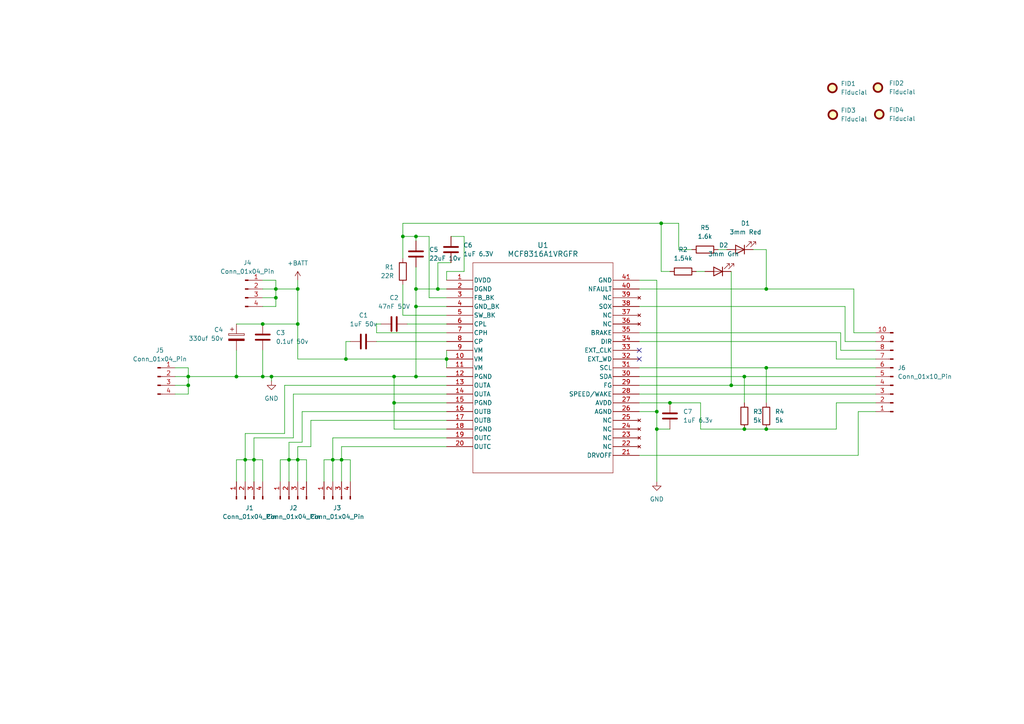
<source format=kicad_sch>
(kicad_sch (version 20230121) (generator eeschema)
  (paper "A4")
  (lib_symbols
    (symbol "Connector:Conn_01x04_Pin" (pin_names (offset 1.016) hide)
      (property "Reference" "J" (at 0 5.08 0))
      (property "Value" "Conn_01x04_Pin" (at 0 -7.62 0))
      (symbol "Conn_01x04_Pin_1_1"
        (polyline (pts (xy 1.27 -5.08) (xy 0.8636 -5.08)) (stroke (width 0.1524)))
        (polyline (pts (xy 1.27 -2.54) (xy 0.8636 -2.54)) (stroke (width 0.1524)))
        (polyline (pts (xy 1.27 0) (xy 0.8636 0)) (stroke (width 0.1524)))
        (polyline (pts (xy 1.27 2.54) (xy 0.8636 2.54)) (stroke (width 0.1524)))
        (rectangle (start 0.8636 -4.953) (end 0 -5.207) (stroke (width 0.1524)) (fill (type outline)))
        (rectangle (start 0.8636 -2.413) (end 0 -2.667) (stroke (width 0.1524)) (fill (type outline)))
        (rectangle (start 0.8636 0.127) (end 0 -0.127) (stroke (width 0.1524)) (fill (type outline)))
        (rectangle (start 0.8636 2.667) (end 0 2.413) (stroke (width 0.1524)) (fill (type outline)))
        (pin passive line (at 5.08 2.54 180) (length 3.81) (name "Pin_1") (number "1"))
        (pin passive line (at 5.08 0 180) (length 3.81) (name "Pin_2") (number "2"))
        (pin passive line (at 5.08 -2.54 180) (length 3.81) (name "Pin_3") (number "3"))
        (pin passive line (at 5.08 -5.08 180) (length 3.81) (name "Pin_4") (number "4"))
      )
    )
    (symbol "Connector:Conn_01x10_Pin" (pin_names (offset 1.016) hide)
      (property "Reference" "J" (at 0 12.7 0))
      (property "Value" "Conn_01x10_Pin" (at 0 -15.24 0))
      (symbol "Conn_01x10_Pin_1_1"
        (polyline (pts (xy 1.27 -12.7) (xy 0.8636 -12.7)) (stroke (width 0.1524)))
        (polyline (pts (xy 1.27 -10.16) (xy 0.8636 -10.16)) (stroke (width 0.1524)))
        (polyline (pts (xy 1.27 -7.62) (xy 0.8636 -7.62)) (stroke (width 0.1524)))
        (polyline (pts (xy 1.27 -5.08) (xy 0.8636 -5.08)) (stroke (width 0.1524)))
        (polyline (pts (xy 1.27 -2.54) (xy 0.8636 -2.54)) (stroke (width 0.1524)))
        (polyline (pts (xy 1.27 0) (xy 0.8636 0)) (stroke (width 0.1524)))
        (polyline (pts (xy 1.27 2.54) (xy 0.8636 2.54)) (stroke (width 0.1524)))
        (polyline (pts (xy 1.27 5.08) (xy 0.8636 5.08)) (stroke (width 0.1524)))
        (polyline (pts (xy 1.27 7.62) (xy 0.8636 7.62)) (stroke (width 0.1524)))
        (polyline (pts (xy 1.27 10.16) (xy 0.8636 10.16)) (stroke (width 0.1524)))
        (rectangle (start 0.8636 -12.573) (end 0 -12.827) (stroke (width 0.1524)) (fill (type outline)))
        (rectangle (start 0.8636 -10.033) (end 0 -10.287) (stroke (width 0.1524)) (fill (type outline)))
        (rectangle (start 0.8636 -7.493) (end 0 -7.747) (stroke (width 0.1524)) (fill (type outline)))
        (rectangle (start 0.8636 -4.953) (end 0 -5.207) (stroke (width 0.1524)) (fill (type outline)))
        (rectangle (start 0.8636 -2.413) (end 0 -2.667) (stroke (width 0.1524)) (fill (type outline)))
        (rectangle (start 0.8636 0.127) (end 0 -0.127) (stroke (width 0.1524)) (fill (type outline)))
        (rectangle (start 0.8636 2.667) (end 0 2.413) (stroke (width 0.1524)) (fill (type outline)))
        (rectangle (start 0.8636 5.207) (end 0 4.953) (stroke (width 0.1524)) (fill (type outline)))
        (rectangle (start 0.8636 7.747) (end 0 7.493) (stroke (width 0.1524)) (fill (type outline)))
        (rectangle (start 0.8636 10.287) (end 0 10.033) (stroke (width 0.1524)) (fill (type outline)))
        (pin passive line (at 5.08 10.16 180) (length 3.81) (name "Pin_1") (number "1"))
        (pin passive line (at 5.08 -12.7 180) (length 3.81) (name "Pin_10") (number "10"))
        (pin passive line (at 5.08 7.62 180) (length 3.81) (name "Pin_2") (number "2"))
        (pin passive line (at 5.08 5.08 180) (length 3.81) (name "Pin_3") (number "3"))
        (pin passive line (at 5.08 2.54 180) (length 3.81) (name "Pin_4") (number "4"))
        (pin passive line (at 5.08 0 180) (length 3.81) (name "Pin_5") (number "5"))
        (pin passive line (at 5.08 -2.54 180) (length 3.81) (name "Pin_6") (number "6"))
        (pin passive line (at 5.08 -5.08 180) (length 3.81) (name "Pin_7") (number "7"))
        (pin passive line (at 5.08 -7.62 180) (length 3.81) (name "Pin_8") (number "8"))
        (pin passive line (at 5.08 -10.16 180) (length 3.81) (name "Pin_9") (number "9"))
      )
    )
    (symbol "Device:C" (pin_numbers hide) (pin_names (offset 0.254))
      (property "Reference" "C" (at 0.635 2.54 0))
      (property "Value" "C" (at 0.635 -2.54 0))
      (symbol "C_0_1"
        (polyline (pts (xy -2.032 -0.762) (xy 2.032 -0.762)) (stroke (width 0.508)))
        (polyline (pts (xy -2.032 0.762) (xy 2.032 0.762)) (stroke (width 0.508)))
      )
      (symbol "C_1_1"
        (pin passive line (at 0 3.81 270) (length 2.794) (name "~") (number "1"))
        (pin passive line (at 0 -3.81 90) (length 2.794) (name "~") (number "2"))
      )
    )
    (symbol "Device:C_Polarized" (pin_numbers hide) (pin_names (offset 0.254))
      (property "Reference" "C" (at 0.635 2.54 0))
      (property "Value" "C_Polarized" (at 0.635 -2.54 0))
      (symbol "C_Polarized_0_1"
        (rectangle (start -2.286 0.508) (end 2.286 1.016))
        (polyline (pts (xy -1.778 2.286) (xy -0.762 2.286)))
        (polyline (pts (xy -1.27 2.794) (xy -1.27 1.778)))
        (rectangle (start 2.286 -0.508) (end -2.286 -1.016) (fill (type outline)))
      )
      (symbol "C_Polarized_1_1"
        (pin passive line (at 0 3.81 270) (length 2.794) (name "~") (number "1"))
        (pin passive line (at 0 -3.81 90) (length 2.794) (name "~") (number "2"))
      )
    )
    (symbol "Device:LED" (pin_numbers hide) (pin_names (offset 1.016) hide)
      (property "Reference" "D" (at 0 2.54 0))
      (property "Value" "LED" (at 0 -2.54 0))
      (symbol "LED_0_1"
        (polyline (pts (xy -1.27 -1.27) (xy -1.27 1.27)) (stroke (width 0.254)))
        (polyline (pts (xy -1.27 0) (xy 1.27 0)))
        (polyline (pts (xy 1.27 -1.27) (xy 1.27 1.27) (xy -1.27 0) (xy 1.27 -1.27)) (stroke (width 0.254)))
        (polyline (pts (xy -3.048 -0.762) (xy -4.572 -2.286) (xy -3.81 -2.286) (xy -4.572 -2.286) (xy -4.572 -1.524)))
        (polyline (pts (xy -1.778 -0.762) (xy -3.302 -2.286) (xy -2.54 -2.286) (xy -3.302 -2.286) (xy -3.302 -1.524)))
      )
      (symbol "LED_1_1"
        (pin passive line (at -3.81 0 0) (length 2.54) (name "K") (number "1"))
        (pin passive line (at 3.81 0 180) (length 2.54) (name "A") (number "2"))
      )
    )
    (symbol "Device:R" (pin_numbers hide) (pin_names (offset 0))
      (property "Reference" "R" (at 2.032 0 90))
      (property "Value" "R" (at 0 0 90))
      (symbol "R_0_1"
        (rectangle (start -1.016 -2.54) (end 1.016 2.54) (stroke (width 0.254)))
      )
      (symbol "R_1_1"
        (pin passive line (at 0 3.81 270) (length 1.27) (name "~") (number "1"))
        (pin passive line (at 0 -3.81 90) (length 1.27) (name "~") (number "2"))
      )
    )
    (symbol "MCF8316A:MCF8316A1VRGFR" (pin_names (offset 0.254))
      (property "Reference" "U1" (at 27.94 10.16 0))
      (property "Value" "MCF8316A1VRGFR" (at 27.94 7.62 0))
      (symbol "MCF8316A1VRGFR_0_1"
        (polyline (pts (xy 7.62 -55.88) (xy 48.26 -55.88)) (stroke (width 0.127)))
        (polyline (pts (xy 7.62 5.08) (xy 7.62 -55.88)) (stroke (width 0.127)))
        (polyline (pts (xy 48.26 -55.88) (xy 48.26 5.08)) (stroke (width 0.127)))
        (polyline (pts (xy 48.26 5.08) (xy 7.62 5.08)) (stroke (width 0.127)))
        (pin no_connect line (at 55.88 -48.26 180) (length 7.62) (name "NC") (number "22"))
        (pin no_connect line (at 55.88 -45.72 180) (length 7.62) (name "NC") (number "23"))
        (pin no_connect line (at 55.88 -43.18 180) (length 7.62) (name "NC") (number "24"))
        (pin no_connect line (at 55.88 -40.64 180) (length 7.62) (name "NC") (number "25"))
        (pin no_connect line (at 55.88 -12.7 180) (length 7.62) (name "NC") (number "36"))
        (pin no_connect line (at 55.88 -10.16 180) (length 7.62) (name "NC") (number "37"))
        (pin no_connect line (at 55.88 -5.08 180) (length 7.62) (name "NC") (number "39"))
      )
      (symbol "MCF8316A1VRGFR_1_1"
        (pin power_out line (at 0 0 0) (length 7.62) (name "DVDD") (number "1"))
        (pin power_in line (at 0 -22.86 0) (length 7.62) (name "VM") (number "10"))
        (pin power_in line (at 0 -25.4 0) (length 7.62) (name "VM") (number "11"))
        (pin power_in line (at 0 -27.94 0) (length 7.62) (name "PGND") (number "12"))
        (pin power_out line (at 0 -30.48 0) (length 7.62) (name "OUTA") (number "13"))
        (pin power_out line (at 0 -33.02 0) (length 7.62) (name "OUTA") (number "14"))
        (pin power_in line (at 0 -35.56 0) (length 7.62) (name "PGND") (number "15"))
        (pin power_out line (at 0 -38.1 0) (length 7.62) (name "OUTB") (number "16"))
        (pin power_out line (at 0 -40.64 0) (length 7.62) (name "OUTB") (number "17"))
        (pin power_in line (at 0 -43.18 0) (length 7.62) (name "PGND") (number "18"))
        (pin power_out line (at 0 -45.72 0) (length 7.62) (name "OUTC") (number "19"))
        (pin power_in line (at 0 -2.54 0) (length 7.62) (name "DGND") (number "2"))
        (pin power_out line (at 0 -48.26 0) (length 7.62) (name "OUTC") (number "20"))
        (pin input line (at 55.88 -50.8 180) (length 7.62) (name "DRVOFF") (number "21"))
        (pin power_in line (at 55.88 -38.1 180) (length 7.62) (name "AGND") (number "26"))
        (pin power_out line (at 55.88 -35.56 180) (length 7.62) (name "AVDD") (number "27"))
        (pin input line (at 55.88 -33.02 180) (length 7.62) (name "SPEED/WAKE") (number "28"))
        (pin output line (at 55.88 -30.48 180) (length 7.62) (name "FG") (number "29"))
        (pin power_in line (at 0 -5.08 0) (length 7.62) (name "FB_BK") (number "3"))
        (pin bidirectional line (at 55.88 -27.94 180) (length 7.62) (name "SDA") (number "30"))
        (pin input line (at 55.88 -25.4 180) (length 7.62) (name "SCL") (number "31"))
        (pin input line (at 55.88 -22.86 180) (length 7.62) (name "EXT_WD") (number "32"))
        (pin input line (at 55.88 -20.32 180) (length 7.62) (name "EXT_CLK") (number "33"))
        (pin input line (at 55.88 -17.78 180) (length 7.62) (name "DIR") (number "34"))
        (pin input line (at 55.88 -15.24 180) (length 7.62) (name "BRAKE") (number "35"))
        (pin output line (at 55.88 -7.62 180) (length 7.62) (name "SOX") (number "38"))
        (pin power_in line (at 0 -7.62 0) (length 7.62) (name "GND_BK") (number "4"))
        (pin output line (at 55.88 -2.54 180) (length 7.62) (name "NFAULT") (number "40"))
        (pin power_in line (at 55.88 0 180) (length 7.62) (name "GND") (number "41"))
        (pin power_out line (at 0 -10.16 0) (length 7.62) (name "SW_BK") (number "5"))
        (pin power_in line (at 0 -12.7 0) (length 7.62) (name "CPL") (number "6"))
        (pin power_out line (at 0 -15.24 0) (length 7.62) (name "CPH") (number "7"))
        (pin power_in line (at 0 -17.78 0) (length 7.62) (name "CP") (number "8"))
        (pin power_in line (at 0 -20.32 0) (length 7.62) (name "VM") (number "9"))
      )
    )
    (symbol "Mechanical:Fiducial"
      (property "Reference" "FID" (at 0 5.08 0))
      (property "Value" "Fiducial" (at 0 3.175 0))
      (symbol "Fiducial_0_1"
        (circle (center 0 0) (radius 1.27) (stroke (width 0.508)) (fill (type background)))
      )
    )
    (symbol "power:+BATT" (power) (pin_names (offset 0))
      (property "Value" "+BATT" (at 0 3.556 0))
      (symbol "+BATT_0_1"
        (polyline (pts (xy -0.762 1.27) (xy 0 2.54)))
        (polyline (pts (xy 0 0) (xy 0 2.54)))
        (polyline (pts (xy 0 2.54) (xy 0.762 1.27)))
      )
      (symbol "+BATT_1_1"
        (pin power_in line (at 0 0 90) (length 0) hide (name "+BATT") (number "1"))
      )
    )
    (symbol "power:GND" (power) (pin_names (offset 0))
      (property "Value" "GND" (at 0 -3.81 0))
      (symbol "GND_0_1"
        (polyline (pts (xy 0 0) (xy 0 -1.27) (xy 1.27 -1.27) (xy 0 -2.54) (xy -1.27 -1.27) (xy 0 -1.27)))
      )
      (symbol "GND_1_1"
        (pin power_in line (at 0 0 270) (length 0) hide (name "GND") (number "1"))
      )
    )
  )
  (junction (at 114.3 109.22))
  (junction (at 86.36 133.35))
  (junction (at 215.9 124.46))
  (junction (at 80.01 86.36))
  (junction (at 83.82 133.35))
  (junction (at 96.52 133.35))
  (junction (at 120.65 83.82))
  (junction (at 129.54 104.14))
  (junction (at 76.2 109.22))
  (junction (at 54.61 111.76))
  (junction (at 86.36 93.98))
  (junction (at 120.65 68.58))
  (junction (at 190.5 124.46))
  (junction (at 80.01 83.82))
  (junction (at 215.9 109.22))
  (junction (at 190.5 119.38))
  (junction (at 191.77 64.77))
  (junction (at 86.36 83.82))
  (junction (at 114.3 116.84))
  (junction (at 99.06 133.35))
  (junction (at 222.25 124.46))
  (junction (at 222.25 83.82))
  (junction (at 68.58 109.22))
  (junction (at 71.12 133.35))
  (junction (at 76.2 93.98))
  (junction (at 54.61 109.22))
  (junction (at 127 83.82))
  (junction (at 212.09 111.76))
  (junction (at 116.84 68.58))
  (junction (at 194.31 116.84))
  (junction (at 100.33 104.14))
  (junction (at 120.65 88.9))
  (junction (at 222.25 106.68))
  (junction (at 78.74 109.22))
  (junction (at 73.66 133.35))
  (junction (at 120.65 109.22))
  (no_connect (at 185.42 104.14))
  (no_connect (at 185.42 101.6))
  (wire (pts (xy 83.82 133.35) (xy 86.36 133.35)))
  (wire (pts (xy 129.54 127) (xy 96.52 127)))
  (wire (pts (xy 245.11 99.06) (xy 254 99.06)))
  (wire (pts (xy 86.36 83.82) (xy 86.36 93.98)))
  (wire (pts (xy 54.61 106.68) (xy 54.61 109.22)))
  (wire (pts (xy 80.01 88.9) (xy 76.2 88.9)))
  (wire (pts (xy 196.85 64.77) (xy 196.85 72.39)))
  (wire (pts (xy 190.5 124.46) (xy 194.31 124.46)))
  (wire (pts (xy 191.77 64.77) (xy 191.77 78.74)))
  (wire (pts (xy 99.06 129.54) (xy 129.54 129.54)))
  (wire (pts (xy 196.85 72.39) (xy 200.66 72.39)))
  (wire (pts (xy 78.74 109.22) (xy 114.3 109.22)))
  (wire (pts (xy 85.09 114.3) (xy 85.09 127)))
  (wire (pts (xy 116.84 74.93) (xy 116.84 68.58)))
  (wire (pts (xy 129.54 78.74) (xy 134.62 78.74)))
  (wire (pts (xy 242.57 104.14) (xy 254 104.14)))
  (wire (pts (xy 87.63 128.27) (xy 83.82 128.27)))
  (wire (pts (xy 215.9 109.22) (xy 215.9 116.84)))
  (wire (pts (xy 109.22 99.06) (xy 129.54 99.06)))
  (wire (pts (xy 215.9 109.22) (xy 254 109.22)))
  (wire (pts (xy 218.44 72.39) (xy 222.25 72.39)))
  (wire (pts (xy 71.12 125.73) (xy 82.55 125.73)))
  (wire (pts (xy 83.82 128.27) (xy 83.82 133.35)))
  (wire (pts (xy 245.11 88.9) (xy 245.11 99.06)))
  (wire (pts (xy 114.3 116.84) (xy 114.3 124.46)))
  (wire (pts (xy 76.2 133.35) (xy 76.2 139.7)))
  (wire (pts (xy 71.12 133.35) (xy 73.66 133.35)))
  (wire (pts (xy 76.2 86.36) (xy 80.01 86.36)))
  (wire (pts (xy 76.2 83.82) (xy 80.01 83.82)))
  (wire (pts (xy 185.42 111.76) (xy 212.09 111.76)))
  (wire (pts (xy 208.28 72.39) (xy 210.82 72.39)))
  (wire (pts (xy 129.54 81.28) (xy 129.54 78.74)))
  (wire (pts (xy 247.65 83.82) (xy 247.65 96.52)))
  (wire (pts (xy 76.2 81.28) (xy 80.01 81.28)))
  (wire (pts (xy 88.9 133.35) (xy 88.9 139.7)))
  (wire (pts (xy 50.8 114.3) (xy 54.61 114.3)))
  (wire (pts (xy 243.84 96.52) (xy 243.84 101.6)))
  (wire (pts (xy 203.2 116.84) (xy 203.2 124.46)))
  (wire (pts (xy 129.54 111.76) (xy 82.55 111.76)))
  (wire (pts (xy 54.61 111.76) (xy 54.61 114.3)))
  (wire (pts (xy 190.5 81.28) (xy 185.42 81.28)))
  (wire (pts (xy 129.54 101.6) (xy 129.54 104.14)))
  (wire (pts (xy 248.92 119.38) (xy 248.92 132.08)))
  (wire (pts (xy 109.22 93.98) (xy 109.22 96.52)))
  (wire (pts (xy 254 119.38) (xy 248.92 119.38)))
  (wire (pts (xy 110.49 93.98) (xy 109.22 93.98)))
  (wire (pts (xy 71.12 125.73) (xy 71.12 133.35)))
  (wire (pts (xy 201.93 78.74) (xy 204.47 78.74)))
  (wire (pts (xy 90.17 121.92) (xy 129.54 121.92)))
  (wire (pts (xy 222.25 72.39) (xy 222.25 83.82)))
  (wire (pts (xy 76.2 109.22) (xy 78.74 109.22)))
  (wire (pts (xy 83.82 133.35) (xy 83.82 139.7)))
  (wire (pts (xy 124.46 68.58) (xy 124.46 86.36)))
  (wire (pts (xy 71.12 139.7) (xy 71.12 133.35)))
  (wire (pts (xy 96.52 127) (xy 96.52 133.35)))
  (wire (pts (xy 134.62 68.58) (xy 130.81 68.58)))
  (wire (pts (xy 73.66 133.35) (xy 76.2 133.35)))
  (wire (pts (xy 68.58 93.98) (xy 76.2 93.98)))
  (wire (pts (xy 114.3 116.84) (xy 114.3 109.22)))
  (wire (pts (xy 116.84 91.44) (xy 116.84 82.55)))
  (wire (pts (xy 185.42 99.06) (xy 242.57 99.06)))
  (wire (pts (xy 81.28 139.7) (xy 81.28 133.35)))
  (wire (pts (xy 80.01 83.82) (xy 80.01 86.36)))
  (wire (pts (xy 116.84 64.77) (xy 191.77 64.77)))
  (wire (pts (xy 185.42 109.22) (xy 215.9 109.22)))
  (wire (pts (xy 118.11 93.98) (xy 129.54 93.98)))
  (wire (pts (xy 222.25 124.46) (xy 242.57 124.46)))
  (wire (pts (xy 96.52 133.35) (xy 99.06 133.35)))
  (wire (pts (xy 50.8 109.22) (xy 54.61 109.22)))
  (wire (pts (xy 86.36 133.35) (xy 88.9 133.35)))
  (wire (pts (xy 203.2 124.46) (xy 215.9 124.46)))
  (wire (pts (xy 76.2 101.6) (xy 76.2 109.22)))
  (wire (pts (xy 127 76.2) (xy 130.81 76.2)))
  (wire (pts (xy 54.61 109.22) (xy 68.58 109.22)))
  (wire (pts (xy 81.28 133.35) (xy 83.82 133.35)))
  (wire (pts (xy 114.3 109.22) (xy 120.65 109.22)))
  (wire (pts (xy 191.77 64.77) (xy 196.85 64.77)))
  (wire (pts (xy 90.17 121.92) (xy 90.17 129.54)))
  (wire (pts (xy 86.36 139.7) (xy 86.36 133.35)))
  (wire (pts (xy 129.54 124.46) (xy 114.3 124.46)))
  (wire (pts (xy 190.5 119.38) (xy 190.5 81.28)))
  (wire (pts (xy 80.01 86.36) (xy 80.01 88.9)))
  (wire (pts (xy 129.54 119.38) (xy 87.63 119.38)))
  (wire (pts (xy 120.65 68.58) (xy 124.46 68.58)))
  (wire (pts (xy 90.17 129.54) (xy 86.36 129.54)))
  (wire (pts (xy 194.31 78.74) (xy 191.77 78.74)))
  (wire (pts (xy 124.46 86.36) (xy 129.54 86.36)))
  (wire (pts (xy 82.55 111.76) (xy 82.55 125.73)))
  (wire (pts (xy 101.6 133.35) (xy 101.6 139.7)))
  (wire (pts (xy 212.09 111.76) (xy 254 111.76)))
  (wire (pts (xy 76.2 93.98) (xy 86.36 93.98)))
  (wire (pts (xy 185.42 83.82) (xy 222.25 83.82)))
  (wire (pts (xy 100.33 104.14) (xy 86.36 104.14)))
  (wire (pts (xy 68.58 109.22) (xy 76.2 109.22)))
  (wire (pts (xy 120.65 68.58) (xy 120.65 69.85)))
  (wire (pts (xy 120.65 88.9) (xy 129.54 88.9)))
  (wire (pts (xy 190.5 119.38) (xy 190.5 124.46)))
  (wire (pts (xy 109.22 96.52) (xy 129.54 96.52)))
  (wire (pts (xy 80.01 83.82) (xy 86.36 83.82)))
  (wire (pts (xy 242.57 99.06) (xy 242.57 104.14)))
  (wire (pts (xy 93.98 133.35) (xy 96.52 133.35)))
  (wire (pts (xy 54.61 109.22) (xy 54.61 111.76)))
  (wire (pts (xy 127 83.82) (xy 129.54 83.82)))
  (wire (pts (xy 222.25 83.82) (xy 247.65 83.82)))
  (wire (pts (xy 185.42 132.08) (xy 248.92 132.08)))
  (wire (pts (xy 129.54 116.84) (xy 114.3 116.84)))
  (wire (pts (xy 185.42 88.9) (xy 245.11 88.9)))
  (wire (pts (xy 215.9 124.46) (xy 222.25 124.46)))
  (wire (pts (xy 243.84 101.6) (xy 254 101.6)))
  (wire (pts (xy 73.66 139.7) (xy 73.66 133.35)))
  (wire (pts (xy 80.01 81.28) (xy 80.01 83.82)))
  (wire (pts (xy 120.65 77.47) (xy 120.65 83.82)))
  (wire (pts (xy 86.36 81.28) (xy 86.36 83.82)))
  (wire (pts (xy 185.42 114.3) (xy 254 114.3)))
  (wire (pts (xy 87.63 119.38) (xy 87.63 128.27)))
  (wire (pts (xy 116.84 64.77) (xy 116.84 68.58)))
  (wire (pts (xy 222.25 106.68) (xy 222.25 116.84)))
  (wire (pts (xy 100.33 104.14) (xy 129.54 104.14)))
  (wire (pts (xy 96.52 133.35) (xy 96.52 139.7)))
  (wire (pts (xy 99.06 129.54) (xy 99.06 133.35)))
  (wire (pts (xy 134.62 68.58) (xy 134.62 78.74)))
  (wire (pts (xy 99.06 133.35) (xy 99.06 139.7)))
  (wire (pts (xy 212.09 78.74) (xy 212.09 111.76)))
  (wire (pts (xy 222.25 106.68) (xy 254 106.68)))
  (wire (pts (xy 86.36 129.54) (xy 86.36 133.35)))
  (wire (pts (xy 50.8 106.68) (xy 54.61 106.68)))
  (wire (pts (xy 99.06 133.35) (xy 101.6 133.35)))
  (wire (pts (xy 100.33 99.06) (xy 100.33 104.14)))
  (wire (pts (xy 68.58 101.6) (xy 68.58 109.22)))
  (wire (pts (xy 116.84 68.58) (xy 120.65 68.58)))
  (wire (pts (xy 85.09 114.3) (xy 129.54 114.3)))
  (wire (pts (xy 120.65 83.82) (xy 120.65 88.9)))
  (wire (pts (xy 127 76.2) (xy 127 83.82)))
  (wire (pts (xy 242.57 124.46) (xy 242.57 116.84)))
  (wire (pts (xy 73.66 133.35) (xy 73.66 127)))
  (wire (pts (xy 73.66 127) (xy 85.09 127)))
  (wire (pts (xy 194.31 116.84) (xy 203.2 116.84)))
  (wire (pts (xy 185.42 119.38) (xy 190.5 119.38)))
  (wire (pts (xy 242.57 116.84) (xy 254 116.84)))
  (wire (pts (xy 190.5 124.46) (xy 190.5 139.7)))
  (wire (pts (xy 93.98 139.7) (xy 93.98 133.35)))
  (wire (pts (xy 78.74 109.22) (xy 78.74 110.49)))
  (wire (pts (xy 86.36 93.98) (xy 86.36 104.14)))
  (wire (pts (xy 100.33 99.06) (xy 101.6 99.06)))
  (wire (pts (xy 185.42 96.52) (xy 243.84 96.52)))
  (wire (pts (xy 247.65 96.52) (xy 254 96.52)))
  (wire (pts (xy 68.58 133.35) (xy 68.58 139.7)))
  (wire (pts (xy 185.42 106.68) (xy 222.25 106.68)))
  (wire (pts (xy 50.8 111.76) (xy 54.61 111.76)))
  (wire (pts (xy 185.42 116.84) (xy 194.31 116.84)))
  (wire (pts (xy 120.65 109.22) (xy 129.54 109.22)))
  (wire (pts (xy 120.65 88.9) (xy 120.65 109.22)))
  (wire (pts (xy 129.54 91.44) (xy 116.84 91.44)))
  (wire (pts (xy 120.65 83.82) (xy 127 83.82)))
  (wire (pts (xy 68.58 133.35) (xy 71.12 133.35)))
  (wire (pts (xy 129.54 104.14) (xy 129.54 106.68)))
  (symbol (lib_id "Device:R") (at 215.9 120.65 0) (unit 1)
    (property "Reference" "R3" (at 218.44 119.38 0) (effects (justify left)))
    (property "Value" "5k" (at 218.44 121.92 0) (effects (justify left)))
    (property "Footprint" "Resistor_SMD:R_0805_2012Metric" (effects hide))
    (property "Digikey" "541-CRCW08055K00FKTACT-ND" (effects hide))
  )
  (symbol (lib_id "Device:R") (at 198.12 78.74 90) (unit 1)
    (property "Reference" "R2" (at 198.12 72.39 90))
    (property "Value" "1.54k" (at 198.12 74.93 90))
    (property "Footprint" "Resistor_SMD:R_0805_2012Metric" (effects hide))
    (property "Digikey" "RMCF0805FT1K54CT-ND" (effects hide))
  )
  (symbol (lib_id "Device:C") (at 105.41 99.06 90) (unit 1)
    (property "Reference" "C1" (at 105.41 91.44 90))
    (property "Value" "1uF 50v" (at 105.41 93.98 90))
    (property "Footprint" "Capacitor_SMD:C_0805_2012Metric" (effects hide))
    (property "Digikey" "1276-1029-1-ND" (effects hide))
  )
  (symbol (lib_id "Connector:Conn_01x10_Pin") (at 259.08 109.22 180) (unit 1)
    (property "Reference" "J6" (at 260.35 106.68 0) (effects (justify right)))
    (property "Value" "Conn_01x10_Pin" (at 260.35 109.22 0) (effects (justify right)))
    (property "Footprint" "Connector_PinHeader_2.54mm:PinHeader_1x10_P2.54mm_Vertical" (effects hide))
  )
  (symbol (lib_id "Device:C") (at 114.3 93.98 90) (unit 1)
    (property "Reference" "C2" (at 114.3 86.36 90))
    (property "Value" "47nF 50V" (at 114.3 88.9 90))
    (property "Footprint" "Capacitor_SMD:C_0805_2012Metric" (effects hide))
    (property "Digikey" "1276-1250-1-ND" (effects hide))
  )
  (symbol (lib_id "Mechanical:Fiducial") (at 241.427 25.527 0) (unit 1)
    (property "Reference" "FID1" (at 243.84 24.257 0) (effects (justify left)))
    (property "Value" "Fiducial" (at 243.84 26.797 0) (effects (justify left)))
  )
  (symbol (lib_id "Device:R") (at 204.47 72.39 90) (unit 1)
    (property "Reference" "R5" (at 204.47 66.04 90))
    (property "Value" "1.6k" (at 204.47 68.58 90))
    (property "Footprint" "Resistor_SMD:R_0805_2012Metric" (effects hide))
    (property "Digikey" "RMCF0805FT1K60CT-ND" (effects hide))
  )
  (symbol (lib_id "power:GND") (at 190.5 139.7 0) (unit 1)
    (property "Reference" "#PWR01" (effects hide))
    (property "Value" "GND" (at 190.5 144.78 0))
  )
  (symbol (lib_id "Device:C") (at 194.31 120.65 0) (unit 1)
    (property "Reference" "C7" (at 198.12 119.38 0) (effects (justify left)))
    (property "Value" "1uF 6.3v" (at 198.12 121.92 0) (effects (justify left)))
    (property "Footprint" "Capacitor_SMD:C_0805_2012Metric" (effects hide))
    (property "Digikey" "399-13161-1-ND" (effects hide))
  )
  (symbol (lib_id "Connector:Conn_01x04_Pin") (at 45.72 109.22 0) (unit 1)
    (property "Reference" "J5" (at 46.355 101.6 0))
    (property "Value" "Conn_01x04_Pin" (at 46.355 104.14 0))
    (property "Footprint" "Connector_PinHeader_2.54mm:PinHeader_1x04_P2.54mm_Vertical" (effects hide))
    (property "Digikey" "952-3273-ND" (effects hide))
  )
  (symbol (lib_id "Mechanical:Fiducial") (at 241.554 33.274 0) (unit 1)
    (property "Reference" "FID3" (at 243.84 32.004 0) (effects (justify left)))
    (property "Value" "Fiducial" (at 243.84 34.544 0) (effects (justify left)))
  )
  (symbol (lib_id "Device:C") (at 130.81 72.39 0) (unit 1)
    (property "Reference" "C6" (at 134.366 71.12 0) (effects (justify left)))
    (property "Value" "1uF 6.3V" (at 134.366 73.66 0) (effects (justify left)))
    (property "Footprint" "Capacitor_SMD:C_0805_2012Metric" (effects hide))
    (property "Digikey" "399-13161-1-ND" (effects hide))
  )
  (symbol (lib_id "MCF8316A:MCF8316A1VRGFR") (at 129.54 81.28 0) (unit 1)
    (property "Reference" "U1" (at 157.48 71.12 0) (effects (font (size 1.524 1.524))))
    (property "Value" "MCF8316A1VRGFR" (at 157.48 73.66 0) (effects (font (size 1.524 1.524))))
    (property "Footprint" "VQFN40_RGF_TEX" (effects hide))
    (property "Datasheet" "MCF8316A1VRGFR" (effects hide))
    (property "Digikey" "296-MCF8316A1VRGFRCT-ND" (effects hide))
  )
  (symbol (lib_id "Connector:Conn_01x04_Pin") (at 71.12 83.82 0) (unit 1)
    (property "Reference" "J4" (at 71.755 76.2 0))
    (property "Value" "Conn_01x04_Pin" (at 71.755 78.74 0))
    (property "Footprint" "Connector_PinHeader_2.54mm:PinHeader_1x04_P2.54mm_Vertical" (effects hide))
    (property "Digikey" "952-3273-ND" (effects hide))
  )
  (symbol (lib_id "Mechanical:Fiducial") (at 255.016 33.147 0) (unit 1)
    (property "Reference" "FID4" (at 257.81 31.877 0) (effects (justify left)))
    (property "Value" "Fiducial" (at 257.81 34.417 0) (effects (justify left)))
  )
  (symbol (lib_id "Device:C_Polarized") (at 68.58 97.79 0) (unit 1)
    (property "Reference" "C4" (at 64.77 95.631 0) (effects (justify right)))
    (property "Value" "330uf 50v" (at 64.77 98.171 0) (effects (justify right)))
    (property "Footprint" "Capacitor_SMD:C_Elec_10x10.2" (effects hide))
    (property "Datasheet" "https://mm.digikey.com/Volume0/opasdata/d220001/medias/docus/935/MZR_Series_DS.pdf" (effects hide))
    (property "Digikey" "565-EMZR500ARA331MJA0GCT-ND" (effects hide))
  )
  (symbol (lib_id "Device:LED") (at 214.63 72.39 180) (unit 1)
    (property "Reference" "D1" (at 216.2175 64.77 0))
    (property "Value" "3mm Red" (at 216.2175 67.31 0))
    (property "Footprint" "LED_THT:LED_D3.0mm" (effects hide))
    (property "Digikey" "1080-1048-1-ND" (effects hide))
  )
  (symbol (lib_id "Device:LED") (at 208.28 78.74 180) (unit 1)
    (property "Reference" "D2" (at 209.8675 71.12 0))
    (property "Value" "3mm Grn" (at 209.8675 73.66 0))
    (property "Footprint" "LED_THT:LED_D3.0mm" (effects hide))
    (property "Digikey" "516-1792-1-ND" (effects hide))
  )
  (symbol (lib_id "Device:C") (at 76.2 97.79 0) (unit 1)
    (property "Reference" "C3" (at 80.01 96.52 0) (effects (justify left)))
    (property "Value" "0.1uf 50v" (at 80.01 99.06 0) (effects (justify left)))
    (property "Footprint" "Capacitor_SMD:C_0805_2012Metric" (effects hide))
    (property "Digikey" "1276-1003-1-ND" (effects hide))
  )
  (symbol (lib_id "power:+BATT") (at 86.36 81.28 0) (unit 1)
    (property "Reference" "#PWR03" (effects hide))
    (property "Value" "+BATT" (at 86.36 76.327 0))
  )
  (symbol (lib_id "Device:C") (at 120.65 73.66 0) (unit 1)
    (property "Reference" "C5" (at 124.46 72.39 0) (effects (justify left)))
    (property "Value" "22uF 10v" (at 124.46 74.93 0) (effects (justify left)))
    (property "Footprint" "Capacitor_SMD:C_0805_2012Metric" (effects hide))
    (property "Digikey" "1276-2910-1-ND" (effects hide))
  )
  (symbol (lib_id "power:GND") (at 78.74 110.49 0) (unit 1)
    (property "Reference" "#PWR02" (effects hide))
    (property "Value" "GND" (at 78.74 115.57 0))
  )
  (symbol (lib_id "Device:R") (at 222.25 120.65 0) (unit 1)
    (property "Reference" "R4" (at 224.79 119.38 0) (effects (justify left)))
    (property "Value" "5k" (at 224.79 121.92 0) (effects (justify left)))
    (property "Footprint" "Resistor_SMD:R_0805_2012Metric" (effects hide))
    (property "Digikey" "541-CRCW08055K00FKTACT-ND" (effects hide))
  )
  (symbol (lib_id "Connector:Conn_01x04_Pin") (at 71.12 144.78 90) (unit 1)
    (property "Reference" "J1" (at 72.39 147.32 90))
    (property "Value" "Conn_01x04_Pin" (at 72.39 149.86 90))
    (property "Footprint" "Connector_PinHeader_2.54mm:PinHeader_1x04_P2.54mm_Vertical" (effects hide))
    (property "Digikey" "952-3273-ND" (effects hide))
  )
  (symbol (lib_id "Connector:Conn_01x04_Pin") (at 96.52 144.78 90) (unit 1)
    (property "Reference" "J3" (at 97.79 147.32 90))
    (property "Value" "Conn_01x04_Pin" (at 97.79 149.86 90))
    (property "Footprint" "Connector_PinHeader_2.54mm:PinHeader_1x04_P2.54mm_Vertical" (effects hide))
    (property "Digikey" "952-3273-ND" (effects hide))
  )
  (symbol (lib_id "Connector:Conn_01x04_Pin") (at 83.82 144.78 90) (unit 1)
    (property "Reference" "J2" (at 85.09 147.32 90))
    (property "Value" "Conn_01x04_Pin" (at 85.09 149.86 90))
    (property "Footprint" "Connector_PinHeader_2.54mm:PinHeader_1x04_P2.54mm_Vertical" (effects hide))
    (property "Digikey" "952-3273-ND" (effects hide))
  )
  (symbol (lib_id "Mechanical:Fiducial") (at 254.635 25.4 0) (unit 1)
    (property "Reference" "FID2" (at 257.81 24.13 0) (effects (justify left)))
    (property "Value" "Fiducial" (at 257.81 26.67 0) (effects (justify left)))
  )
  (symbol (lib_id "Device:R") (at 116.84 78.74 0) (mirror y) (unit 1)
    (property "Reference" "R1" (at 114.3 77.47 0) (effects (justify left)))
    (property "Value" "22R" (at 114.3 80.01 0) (effects (justify left)))
    (property "Footprint" "Resistor_SMD:R_0805_2012Metric" (effects hide))
    (property "Digikey" "RMCF0805FT22R0CT-ND" (effects hide))
  )
)
</source>
